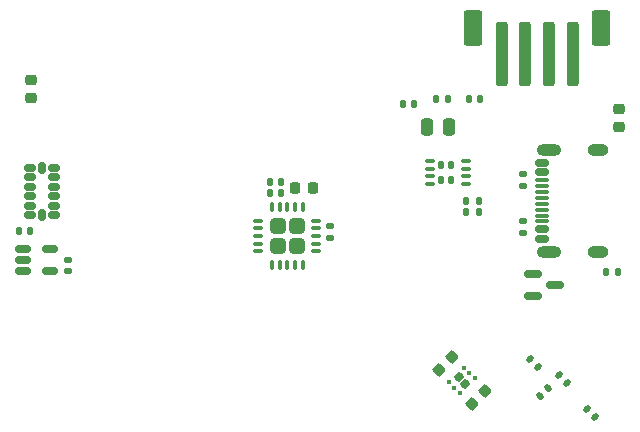
<source format=gbr>
%TF.GenerationSoftware,KiCad,Pcbnew,8.0.1*%
%TF.CreationDate,2024-06-02T00:59:28+08:00*%
%TF.ProjectId,SB-main-board,53422d6d-6169-46e2-9d62-6f6172642e6b,A0*%
%TF.SameCoordinates,Original*%
%TF.FileFunction,Paste,Bot*%
%TF.FilePolarity,Positive*%
%FSLAX46Y46*%
G04 Gerber Fmt 4.6, Leading zero omitted, Abs format (unit mm)*
G04 Created by KiCad (PCBNEW 8.0.1) date 2024-06-02 00:59:28*
%MOMM*%
%LPD*%
G01*
G04 APERTURE LIST*
G04 Aperture macros list*
%AMRoundRect*
0 Rectangle with rounded corners*
0 $1 Rounding radius*
0 $2 $3 $4 $5 $6 $7 $8 $9 X,Y pos of 4 corners*
0 Add a 4 corners polygon primitive as box body*
4,1,4,$2,$3,$4,$5,$6,$7,$8,$9,$2,$3,0*
0 Add four circle primitives for the rounded corners*
1,1,$1+$1,$2,$3*
1,1,$1+$1,$4,$5*
1,1,$1+$1,$6,$7*
1,1,$1+$1,$8,$9*
0 Add four rect primitives between the rounded corners*
20,1,$1+$1,$2,$3,$4,$5,0*
20,1,$1+$1,$4,$5,$6,$7,0*
20,1,$1+$1,$6,$7,$8,$9,0*
20,1,$1+$1,$8,$9,$2,$3,0*%
G04 Aperture macros list end*
%ADD10RoundRect,0.140000X-0.219203X-0.021213X-0.021213X-0.219203X0.219203X0.021213X0.021213X0.219203X0*%
%ADD11RoundRect,0.250000X0.405000X0.405000X-0.405000X0.405000X-0.405000X-0.405000X0.405000X-0.405000X0*%
%ADD12RoundRect,0.075000X0.337500X0.075000X-0.337500X0.075000X-0.337500X-0.075000X0.337500X-0.075000X0*%
%ADD13RoundRect,0.075000X0.075000X0.337500X-0.075000X0.337500X-0.075000X-0.337500X0.075000X-0.337500X0*%
%ADD14RoundRect,0.135000X0.185000X-0.135000X0.185000X0.135000X-0.185000X0.135000X-0.185000X-0.135000X0*%
%ADD15RoundRect,0.140000X0.170000X-0.140000X0.170000X0.140000X-0.170000X0.140000X-0.170000X-0.140000X0*%
%ADD16RoundRect,0.140000X0.140000X0.170000X-0.140000X0.170000X-0.140000X-0.170000X0.140000X-0.170000X0*%
%ADD17RoundRect,0.140000X-0.140000X-0.170000X0.140000X-0.170000X0.140000X0.170000X-0.140000X0.170000X0*%
%ADD18RoundRect,0.135000X-0.185000X0.135000X-0.185000X-0.135000X0.185000X-0.135000X0.185000X0.135000X0*%
%ADD19RoundRect,0.135000X-0.135000X-0.185000X0.135000X-0.185000X0.135000X0.185000X-0.135000X0.185000X0*%
%ADD20RoundRect,0.140000X0.021213X-0.219203X0.219203X-0.021213X-0.021213X0.219203X-0.219203X0.021213X0*%
%ADD21RoundRect,0.140000X0.219203X0.021213X0.021213X0.219203X-0.219203X-0.021213X-0.021213X-0.219203X0*%
%ADD22RoundRect,0.218750X-0.218750X-0.256250X0.218750X-0.256250X0.218750X0.256250X-0.218750X0.256250X0*%
%ADD23RoundRect,0.250000X-0.250000X-2.500000X0.250000X-2.500000X0.250000X2.500000X-0.250000X2.500000X0*%
%ADD24RoundRect,0.250000X-0.550000X-1.250000X0.550000X-1.250000X0.550000X1.250000X-0.550000X1.250000X0*%
%ADD25RoundRect,0.250000X-0.250000X-0.475000X0.250000X-0.475000X0.250000X0.475000X-0.250000X0.475000X0*%
%ADD26RoundRect,0.218750X0.256250X-0.218750X0.256250X0.218750X-0.256250X0.218750X-0.256250X-0.218750X0*%
%ADD27RoundRect,0.150000X-0.587500X-0.150000X0.587500X-0.150000X0.587500X0.150000X-0.587500X0.150000X0*%
%ADD28RoundRect,0.225000X0.017678X-0.335876X0.335876X-0.017678X-0.017678X0.335876X-0.335876X0.017678X0*%
%ADD29RoundRect,0.150000X-0.425000X0.150000X-0.425000X-0.150000X0.425000X-0.150000X0.425000X0.150000X0*%
%ADD30RoundRect,0.075000X-0.500000X0.075000X-0.500000X-0.075000X0.500000X-0.075000X0.500000X0.075000X0*%
%ADD31O,1.800000X1.000000*%
%ADD32O,2.100000X1.000000*%
%ADD33RoundRect,0.160000X0.060104X0.286378X-0.286378X-0.060104X-0.060104X-0.286378X0.286378X0.060104X0*%
%ADD34RoundRect,0.093750X-0.008839X0.141421X-0.141421X0.008839X0.008839X-0.141421X0.141421X-0.008839X0*%
%ADD35RoundRect,0.135000X0.135000X0.185000X-0.135000X0.185000X-0.135000X-0.185000X0.135000X-0.185000X0*%
%ADD36RoundRect,0.150000X-0.512500X-0.150000X0.512500X-0.150000X0.512500X0.150000X-0.512500X0.150000X0*%
%ADD37RoundRect,0.075000X0.340000X0.075000X-0.340000X0.075000X-0.340000X-0.075000X0.340000X-0.075000X0*%
%ADD38RoundRect,0.127500X0.127500X0.190000X-0.127500X0.190000X-0.127500X-0.190000X0.127500X-0.190000X0*%
%ADD39RoundRect,0.225000X-0.017678X0.335876X-0.335876X0.017678X0.017678X-0.335876X0.335876X-0.017678X0*%
%ADD40RoundRect,0.150000X-0.325000X-0.150000X0.325000X-0.150000X0.325000X0.150000X-0.325000X0.150000X0*%
%ADD41RoundRect,0.150000X-0.150000X-0.325000X0.150000X-0.325000X0.150000X0.325000X-0.150000X0.325000X0*%
G04 APERTURE END LIST*
D10*
%TO.C,C5*%
X161236191Y-116628607D03*
X161915013Y-117307429D03*
%TD*%
D11*
%TO.C,U9*%
X141493900Y-107021866D03*
X141493900Y-105401866D03*
X139873900Y-107021866D03*
X139873900Y-105401866D03*
D12*
X143121400Y-104911866D03*
X143121400Y-105561866D03*
X143121400Y-106211866D03*
X143121400Y-106861866D03*
X143121400Y-107511866D03*
D13*
X141983900Y-108649366D03*
X141333900Y-108649366D03*
X140683900Y-108649366D03*
X140033900Y-108649366D03*
X139383900Y-108649366D03*
D12*
X138246400Y-107511866D03*
X138246400Y-106861866D03*
X138246400Y-106211866D03*
X138246400Y-105561866D03*
X138246400Y-104911866D03*
D13*
X139383900Y-103774366D03*
X140033900Y-103774366D03*
X140683900Y-103774366D03*
X141333900Y-103774366D03*
X141983900Y-103774366D03*
%TD*%
D14*
%TO.C,R17*%
X144333900Y-106396866D03*
X144333900Y-105376866D03*
%TD*%
D15*
%TO.C,C30*%
X122147900Y-109196865D03*
X122147900Y-108236865D03*
%TD*%
D16*
%TO.C,C31*%
X140153900Y-102601866D03*
X139193900Y-102601866D03*
%TD*%
D17*
%TO.C,C23*%
X153313692Y-94602366D03*
X154273692Y-94602366D03*
%TD*%
D18*
%TO.C,R9*%
X160644292Y-100964866D03*
X160644292Y-101984866D03*
%TD*%
D19*
%TO.C,R7*%
X167662900Y-109267365D03*
X168682900Y-109267365D03*
%TD*%
D20*
%TO.C,C9*%
X162084719Y-119769651D03*
X162763541Y-119090829D03*
%TD*%
D21*
%TO.C,C4*%
X164377236Y-118638280D03*
X163698414Y-117959458D03*
%TD*%
D16*
%TO.C,C32*%
X140153900Y-101681866D03*
X139193900Y-101681866D03*
%TD*%
D22*
%TO.C,FB4*%
X141333902Y-102141866D03*
X142908902Y-102141866D03*
%TD*%
D23*
%TO.C,J3*%
X164853900Y-90846865D03*
X162853900Y-90846865D03*
X160853900Y-90846865D03*
X158853900Y-90846865D03*
D24*
X167253900Y-88596865D03*
X156453900Y-88596865D03*
%TD*%
D25*
%TO.C,C26*%
X152515293Y-96987366D03*
X154415293Y-96987366D03*
%TD*%
D26*
%TO.C,FB2*%
X168805292Y-97002365D03*
X168805292Y-95427365D03*
%TD*%
D27*
%TO.C,U10*%
X161496400Y-111326865D03*
X161496400Y-109426865D03*
X163371400Y-110376865D03*
%TD*%
D26*
%TO.C,FB3*%
X118997900Y-94565565D03*
X118997900Y-92990565D03*
%TD*%
D28*
%TO.C,C18*%
X153502999Y-117570604D03*
X154599015Y-116474588D03*
%TD*%
D16*
%TO.C,C29*%
X118906042Y-105796865D03*
X117946042Y-105796865D03*
%TD*%
%TO.C,C24*%
X157016892Y-94602366D03*
X156056892Y-94602366D03*
%TD*%
D10*
%TO.C,C8*%
X166075593Y-120902323D03*
X166754415Y-121581145D03*
%TD*%
D29*
%TO.C,J2*%
X162285292Y-100034865D03*
X162285292Y-100834865D03*
D30*
X162285292Y-101984865D03*
X162285292Y-102984865D03*
X162285292Y-103484865D03*
X162285292Y-104484865D03*
D29*
X162285292Y-105634865D03*
X162285292Y-106434865D03*
X162285292Y-106434865D03*
X162285292Y-105634865D03*
D30*
X162285292Y-104984865D03*
X162285292Y-103984865D03*
X162285292Y-102484865D03*
X162285292Y-101484865D03*
D29*
X162285292Y-100834865D03*
X162285292Y-100034865D03*
D31*
X167040292Y-98914865D03*
D32*
X162860292Y-98914865D03*
D31*
X167040292Y-107554865D03*
D32*
X162860292Y-107554865D03*
%TD*%
D33*
%TO.C,U5*%
X155756250Y-118727839D03*
X155190564Y-118162153D03*
D34*
X155641345Y-117357819D03*
X156100964Y-117817439D03*
X156560584Y-118277058D03*
X155305469Y-119532173D03*
X154845850Y-119072553D03*
X154386230Y-118612934D03*
%TD*%
D35*
%TO.C,R19*%
X156882900Y-103226865D03*
X155862900Y-103226865D03*
%TD*%
D36*
%TO.C,U7*%
X118322900Y-109196865D03*
X118322900Y-108246865D03*
X118322900Y-107296865D03*
X120597900Y-107296865D03*
X120597900Y-109196865D03*
%TD*%
D16*
%TO.C,C25*%
X151415292Y-95024866D03*
X150455292Y-95024866D03*
%TD*%
D37*
%TO.C,Q1*%
X155862900Y-101814165D03*
X155862900Y-101164165D03*
X155862900Y-100514165D03*
X155862900Y-99864165D03*
D38*
X154542900Y-101465165D03*
X154542900Y-100213165D03*
X153682900Y-101465165D03*
X153682900Y-100213165D03*
D37*
X152752900Y-101814165D03*
X152752900Y-101164165D03*
X152752900Y-100514165D03*
X152752900Y-99864165D03*
%TD*%
D35*
%TO.C,R20*%
X156882900Y-104196865D03*
X155862900Y-104196865D03*
%TD*%
D39*
%TO.C,C19*%
X157443815Y-119319388D03*
X156347799Y-120415404D03*
%TD*%
D14*
%TO.C,R8*%
X160644292Y-106004864D03*
X160644292Y-104984864D03*
%TD*%
D40*
%TO.C,U8*%
X118906042Y-104447865D03*
X118906042Y-103647865D03*
X118906042Y-102847865D03*
X118906042Y-102047865D03*
X118906042Y-101247865D03*
X118906042Y-100447865D03*
D41*
X119906042Y-100447865D03*
D40*
X120906042Y-100447865D03*
X120906042Y-101247865D03*
X120906042Y-102047865D03*
X120906042Y-102847865D03*
X120906042Y-103647865D03*
X120906042Y-104447865D03*
D41*
X119906042Y-104447865D03*
%TD*%
M02*

</source>
